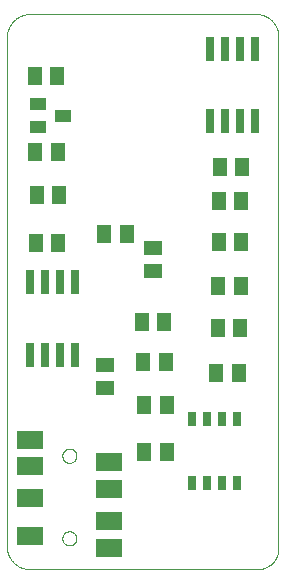
<source format=gbp>
G75*
%MOIN*%
%OFA0B0*%
%FSLAX25Y25*%
%IPPOS*%
%LPD*%
%AMOC8*
5,1,8,0,0,1.08239X$1,22.5*
%
%ADD10C,0.00000*%
%ADD11R,0.05118X0.05906*%
%ADD12R,0.06299X0.05118*%
%ADD13R,0.05118X0.06299*%
%ADD14R,0.02600X0.08000*%
%ADD15R,0.05512X0.03937*%
%ADD16R,0.08858X0.05906*%
%ADD17R,0.08858X0.06299*%
%ADD18R,0.02756X0.05118*%
%ADD19R,0.05906X0.05118*%
D10*
X0008573Y0011486D02*
X0084586Y0011486D01*
X0084754Y0011488D01*
X0084923Y0011494D01*
X0085091Y0011504D01*
X0085258Y0011519D01*
X0085426Y0011537D01*
X0085592Y0011559D01*
X0085759Y0011585D01*
X0085924Y0011616D01*
X0086089Y0011650D01*
X0086253Y0011688D01*
X0086416Y0011731D01*
X0086578Y0011777D01*
X0086738Y0011827D01*
X0086898Y0011881D01*
X0087056Y0011939D01*
X0087212Y0012000D01*
X0087368Y0012066D01*
X0087521Y0012135D01*
X0087673Y0012207D01*
X0087823Y0012284D01*
X0087971Y0012364D01*
X0088117Y0012447D01*
X0088261Y0012534D01*
X0088403Y0012625D01*
X0088543Y0012719D01*
X0088680Y0012816D01*
X0088815Y0012917D01*
X0088947Y0013021D01*
X0089077Y0013128D01*
X0089205Y0013238D01*
X0089329Y0013351D01*
X0089451Y0013467D01*
X0089570Y0013586D01*
X0089686Y0013708D01*
X0089799Y0013832D01*
X0089909Y0013960D01*
X0090016Y0014090D01*
X0090120Y0014222D01*
X0090221Y0014357D01*
X0090318Y0014494D01*
X0090412Y0014634D01*
X0090503Y0014776D01*
X0090590Y0014920D01*
X0090673Y0015066D01*
X0090753Y0015214D01*
X0090830Y0015364D01*
X0090902Y0015516D01*
X0090971Y0015669D01*
X0091037Y0015825D01*
X0091098Y0015981D01*
X0091156Y0016139D01*
X0091210Y0016299D01*
X0091260Y0016459D01*
X0091306Y0016621D01*
X0091349Y0016784D01*
X0091387Y0016948D01*
X0091421Y0017113D01*
X0091452Y0017278D01*
X0091478Y0017445D01*
X0091500Y0017611D01*
X0091518Y0017779D01*
X0091533Y0017946D01*
X0091543Y0018114D01*
X0091549Y0018283D01*
X0091551Y0018451D01*
X0091551Y0188963D01*
X0091549Y0189146D01*
X0091542Y0189328D01*
X0091531Y0189511D01*
X0091516Y0189693D01*
X0091496Y0189875D01*
X0091472Y0190056D01*
X0091443Y0190236D01*
X0091410Y0190416D01*
X0091373Y0190595D01*
X0091331Y0190773D01*
X0091285Y0190950D01*
X0091235Y0191126D01*
X0091181Y0191300D01*
X0091122Y0191473D01*
X0091060Y0191645D01*
X0090993Y0191815D01*
X0090922Y0191983D01*
X0090847Y0192150D01*
X0090768Y0192315D01*
X0090685Y0192478D01*
X0090598Y0192638D01*
X0090507Y0192797D01*
X0090413Y0192954D01*
X0090314Y0193108D01*
X0090212Y0193259D01*
X0090107Y0193408D01*
X0089997Y0193555D01*
X0089885Y0193699D01*
X0089769Y0193840D01*
X0089649Y0193978D01*
X0089526Y0194114D01*
X0089400Y0194246D01*
X0089271Y0194375D01*
X0089139Y0194501D01*
X0089003Y0194624D01*
X0088865Y0194744D01*
X0088724Y0194860D01*
X0088580Y0194972D01*
X0088433Y0195082D01*
X0088284Y0195187D01*
X0088133Y0195289D01*
X0087979Y0195388D01*
X0087822Y0195482D01*
X0087663Y0195573D01*
X0087503Y0195660D01*
X0087340Y0195743D01*
X0087175Y0195822D01*
X0087008Y0195897D01*
X0086840Y0195968D01*
X0086670Y0196035D01*
X0086498Y0196097D01*
X0086325Y0196156D01*
X0086151Y0196210D01*
X0085975Y0196260D01*
X0085798Y0196306D01*
X0085620Y0196348D01*
X0085441Y0196385D01*
X0085261Y0196418D01*
X0085081Y0196447D01*
X0084900Y0196471D01*
X0084718Y0196491D01*
X0084536Y0196506D01*
X0084353Y0196517D01*
X0084171Y0196524D01*
X0083988Y0196526D01*
X0008795Y0196526D01*
X0008607Y0196524D01*
X0008418Y0196517D01*
X0008230Y0196506D01*
X0008043Y0196490D01*
X0007855Y0196469D01*
X0007669Y0196444D01*
X0007483Y0196415D01*
X0007297Y0196381D01*
X0007113Y0196342D01*
X0006930Y0196299D01*
X0006747Y0196252D01*
X0006566Y0196201D01*
X0006386Y0196144D01*
X0006208Y0196084D01*
X0006031Y0196019D01*
X0005856Y0195951D01*
X0005682Y0195877D01*
X0005510Y0195800D01*
X0005340Y0195719D01*
X0005172Y0195633D01*
X0005007Y0195544D01*
X0004843Y0195450D01*
X0004682Y0195353D01*
X0004523Y0195251D01*
X0004367Y0195146D01*
X0004213Y0195037D01*
X0004062Y0194925D01*
X0003914Y0194809D01*
X0003768Y0194689D01*
X0003626Y0194566D01*
X0003486Y0194439D01*
X0003350Y0194309D01*
X0003217Y0194176D01*
X0003087Y0194040D01*
X0002960Y0193900D01*
X0002837Y0193758D01*
X0002717Y0193612D01*
X0002601Y0193464D01*
X0002489Y0193313D01*
X0002380Y0193159D01*
X0002275Y0193003D01*
X0002173Y0192844D01*
X0002076Y0192683D01*
X0001982Y0192519D01*
X0001893Y0192354D01*
X0001807Y0192186D01*
X0001726Y0192016D01*
X0001649Y0191844D01*
X0001575Y0191670D01*
X0001507Y0191495D01*
X0001442Y0191318D01*
X0001382Y0191140D01*
X0001325Y0190960D01*
X0001274Y0190779D01*
X0001227Y0190596D01*
X0001184Y0190413D01*
X0001145Y0190229D01*
X0001111Y0190043D01*
X0001082Y0189857D01*
X0001057Y0189671D01*
X0001036Y0189483D01*
X0001020Y0189296D01*
X0001009Y0189108D01*
X0001002Y0188919D01*
X0001000Y0188731D01*
X0001000Y0019059D01*
X0001002Y0018876D01*
X0001009Y0018693D01*
X0001020Y0018510D01*
X0001035Y0018328D01*
X0001055Y0018146D01*
X0001079Y0017965D01*
X0001108Y0017784D01*
X0001141Y0017604D01*
X0001178Y0017425D01*
X0001220Y0017247D01*
X0001266Y0017070D01*
X0001316Y0016894D01*
X0001371Y0016719D01*
X0001429Y0016545D01*
X0001492Y0016374D01*
X0001559Y0016203D01*
X0001630Y0016035D01*
X0001705Y0015868D01*
X0001784Y0015703D01*
X0001867Y0015540D01*
X0001954Y0015379D01*
X0002045Y0015220D01*
X0002140Y0015063D01*
X0002238Y0014909D01*
X0002341Y0014757D01*
X0002446Y0014608D01*
X0002556Y0014461D01*
X0002669Y0014317D01*
X0002785Y0014176D01*
X0002905Y0014037D01*
X0003028Y0013902D01*
X0003154Y0013769D01*
X0003283Y0013640D01*
X0003416Y0013514D01*
X0003551Y0013391D01*
X0003690Y0013271D01*
X0003831Y0013155D01*
X0003975Y0013042D01*
X0004122Y0012932D01*
X0004271Y0012827D01*
X0004423Y0012724D01*
X0004577Y0012626D01*
X0004734Y0012531D01*
X0004893Y0012440D01*
X0005054Y0012353D01*
X0005217Y0012270D01*
X0005382Y0012191D01*
X0005549Y0012116D01*
X0005717Y0012045D01*
X0005888Y0011978D01*
X0006059Y0011915D01*
X0006233Y0011857D01*
X0006408Y0011802D01*
X0006584Y0011752D01*
X0006761Y0011706D01*
X0006939Y0011664D01*
X0007118Y0011627D01*
X0007298Y0011594D01*
X0007479Y0011565D01*
X0007660Y0011541D01*
X0007842Y0011521D01*
X0008024Y0011506D01*
X0008207Y0011495D01*
X0008390Y0011488D01*
X0008573Y0011486D01*
X0019504Y0021722D02*
X0019506Y0021819D01*
X0019512Y0021916D01*
X0019522Y0022012D01*
X0019536Y0022108D01*
X0019554Y0022204D01*
X0019575Y0022298D01*
X0019601Y0022392D01*
X0019630Y0022484D01*
X0019664Y0022575D01*
X0019700Y0022665D01*
X0019741Y0022753D01*
X0019785Y0022839D01*
X0019833Y0022924D01*
X0019884Y0023006D01*
X0019938Y0023087D01*
X0019996Y0023165D01*
X0020057Y0023240D01*
X0020120Y0023313D01*
X0020187Y0023384D01*
X0020257Y0023451D01*
X0020329Y0023516D01*
X0020404Y0023577D01*
X0020482Y0023636D01*
X0020561Y0023691D01*
X0020643Y0023743D01*
X0020727Y0023791D01*
X0020813Y0023836D01*
X0020901Y0023878D01*
X0020990Y0023916D01*
X0021081Y0023950D01*
X0021173Y0023980D01*
X0021266Y0024007D01*
X0021361Y0024029D01*
X0021456Y0024048D01*
X0021552Y0024063D01*
X0021648Y0024074D01*
X0021745Y0024081D01*
X0021842Y0024084D01*
X0021939Y0024083D01*
X0022036Y0024078D01*
X0022132Y0024069D01*
X0022228Y0024056D01*
X0022324Y0024039D01*
X0022419Y0024018D01*
X0022512Y0023994D01*
X0022605Y0023965D01*
X0022697Y0023933D01*
X0022787Y0023897D01*
X0022875Y0023858D01*
X0022962Y0023814D01*
X0023047Y0023768D01*
X0023130Y0023717D01*
X0023211Y0023664D01*
X0023289Y0023607D01*
X0023366Y0023547D01*
X0023439Y0023484D01*
X0023510Y0023418D01*
X0023578Y0023349D01*
X0023644Y0023277D01*
X0023706Y0023203D01*
X0023765Y0023126D01*
X0023821Y0023047D01*
X0023874Y0022965D01*
X0023924Y0022882D01*
X0023969Y0022796D01*
X0024012Y0022709D01*
X0024051Y0022620D01*
X0024086Y0022530D01*
X0024117Y0022438D01*
X0024144Y0022345D01*
X0024168Y0022251D01*
X0024188Y0022156D01*
X0024204Y0022060D01*
X0024216Y0021964D01*
X0024224Y0021867D01*
X0024228Y0021770D01*
X0024228Y0021674D01*
X0024224Y0021577D01*
X0024216Y0021480D01*
X0024204Y0021384D01*
X0024188Y0021288D01*
X0024168Y0021193D01*
X0024144Y0021099D01*
X0024117Y0021006D01*
X0024086Y0020914D01*
X0024051Y0020824D01*
X0024012Y0020735D01*
X0023969Y0020648D01*
X0023924Y0020562D01*
X0023874Y0020479D01*
X0023821Y0020397D01*
X0023765Y0020318D01*
X0023706Y0020241D01*
X0023644Y0020167D01*
X0023578Y0020095D01*
X0023510Y0020026D01*
X0023439Y0019960D01*
X0023366Y0019897D01*
X0023289Y0019837D01*
X0023211Y0019780D01*
X0023130Y0019727D01*
X0023047Y0019676D01*
X0022962Y0019630D01*
X0022875Y0019586D01*
X0022787Y0019547D01*
X0022697Y0019511D01*
X0022605Y0019479D01*
X0022512Y0019450D01*
X0022419Y0019426D01*
X0022324Y0019405D01*
X0022228Y0019388D01*
X0022132Y0019375D01*
X0022036Y0019366D01*
X0021939Y0019361D01*
X0021842Y0019360D01*
X0021745Y0019363D01*
X0021648Y0019370D01*
X0021552Y0019381D01*
X0021456Y0019396D01*
X0021361Y0019415D01*
X0021266Y0019437D01*
X0021173Y0019464D01*
X0021081Y0019494D01*
X0020990Y0019528D01*
X0020901Y0019566D01*
X0020813Y0019608D01*
X0020727Y0019653D01*
X0020643Y0019701D01*
X0020561Y0019753D01*
X0020482Y0019808D01*
X0020404Y0019867D01*
X0020329Y0019928D01*
X0020257Y0019993D01*
X0020187Y0020060D01*
X0020120Y0020131D01*
X0020057Y0020204D01*
X0019996Y0020279D01*
X0019938Y0020357D01*
X0019884Y0020438D01*
X0019833Y0020520D01*
X0019785Y0020605D01*
X0019741Y0020691D01*
X0019700Y0020779D01*
X0019664Y0020869D01*
X0019630Y0020960D01*
X0019601Y0021052D01*
X0019575Y0021146D01*
X0019554Y0021240D01*
X0019536Y0021336D01*
X0019522Y0021432D01*
X0019512Y0021528D01*
X0019506Y0021625D01*
X0019504Y0021722D01*
X0019504Y0049281D02*
X0019506Y0049378D01*
X0019512Y0049475D01*
X0019522Y0049571D01*
X0019536Y0049667D01*
X0019554Y0049763D01*
X0019575Y0049857D01*
X0019601Y0049951D01*
X0019630Y0050043D01*
X0019664Y0050134D01*
X0019700Y0050224D01*
X0019741Y0050312D01*
X0019785Y0050398D01*
X0019833Y0050483D01*
X0019884Y0050565D01*
X0019938Y0050646D01*
X0019996Y0050724D01*
X0020057Y0050799D01*
X0020120Y0050872D01*
X0020187Y0050943D01*
X0020257Y0051010D01*
X0020329Y0051075D01*
X0020404Y0051136D01*
X0020482Y0051195D01*
X0020561Y0051250D01*
X0020643Y0051302D01*
X0020727Y0051350D01*
X0020813Y0051395D01*
X0020901Y0051437D01*
X0020990Y0051475D01*
X0021081Y0051509D01*
X0021173Y0051539D01*
X0021266Y0051566D01*
X0021361Y0051588D01*
X0021456Y0051607D01*
X0021552Y0051622D01*
X0021648Y0051633D01*
X0021745Y0051640D01*
X0021842Y0051643D01*
X0021939Y0051642D01*
X0022036Y0051637D01*
X0022132Y0051628D01*
X0022228Y0051615D01*
X0022324Y0051598D01*
X0022419Y0051577D01*
X0022512Y0051553D01*
X0022605Y0051524D01*
X0022697Y0051492D01*
X0022787Y0051456D01*
X0022875Y0051417D01*
X0022962Y0051373D01*
X0023047Y0051327D01*
X0023130Y0051276D01*
X0023211Y0051223D01*
X0023289Y0051166D01*
X0023366Y0051106D01*
X0023439Y0051043D01*
X0023510Y0050977D01*
X0023578Y0050908D01*
X0023644Y0050836D01*
X0023706Y0050762D01*
X0023765Y0050685D01*
X0023821Y0050606D01*
X0023874Y0050524D01*
X0023924Y0050441D01*
X0023969Y0050355D01*
X0024012Y0050268D01*
X0024051Y0050179D01*
X0024086Y0050089D01*
X0024117Y0049997D01*
X0024144Y0049904D01*
X0024168Y0049810D01*
X0024188Y0049715D01*
X0024204Y0049619D01*
X0024216Y0049523D01*
X0024224Y0049426D01*
X0024228Y0049329D01*
X0024228Y0049233D01*
X0024224Y0049136D01*
X0024216Y0049039D01*
X0024204Y0048943D01*
X0024188Y0048847D01*
X0024168Y0048752D01*
X0024144Y0048658D01*
X0024117Y0048565D01*
X0024086Y0048473D01*
X0024051Y0048383D01*
X0024012Y0048294D01*
X0023969Y0048207D01*
X0023924Y0048121D01*
X0023874Y0048038D01*
X0023821Y0047956D01*
X0023765Y0047877D01*
X0023706Y0047800D01*
X0023644Y0047726D01*
X0023578Y0047654D01*
X0023510Y0047585D01*
X0023439Y0047519D01*
X0023366Y0047456D01*
X0023289Y0047396D01*
X0023211Y0047339D01*
X0023130Y0047286D01*
X0023047Y0047235D01*
X0022962Y0047189D01*
X0022875Y0047145D01*
X0022787Y0047106D01*
X0022697Y0047070D01*
X0022605Y0047038D01*
X0022512Y0047009D01*
X0022419Y0046985D01*
X0022324Y0046964D01*
X0022228Y0046947D01*
X0022132Y0046934D01*
X0022036Y0046925D01*
X0021939Y0046920D01*
X0021842Y0046919D01*
X0021745Y0046922D01*
X0021648Y0046929D01*
X0021552Y0046940D01*
X0021456Y0046955D01*
X0021361Y0046974D01*
X0021266Y0046996D01*
X0021173Y0047023D01*
X0021081Y0047053D01*
X0020990Y0047087D01*
X0020901Y0047125D01*
X0020813Y0047167D01*
X0020727Y0047212D01*
X0020643Y0047260D01*
X0020561Y0047312D01*
X0020482Y0047367D01*
X0020404Y0047426D01*
X0020329Y0047487D01*
X0020257Y0047552D01*
X0020187Y0047619D01*
X0020120Y0047690D01*
X0020057Y0047763D01*
X0019996Y0047838D01*
X0019938Y0047916D01*
X0019884Y0047997D01*
X0019833Y0048079D01*
X0019785Y0048164D01*
X0019741Y0048250D01*
X0019700Y0048338D01*
X0019664Y0048428D01*
X0019630Y0048519D01*
X0019601Y0048611D01*
X0019575Y0048705D01*
X0019554Y0048799D01*
X0019536Y0048895D01*
X0019522Y0048991D01*
X0019512Y0049087D01*
X0019506Y0049184D01*
X0019504Y0049281D01*
D11*
X0046079Y0093770D03*
X0053559Y0093770D03*
X0054346Y0066211D03*
X0046866Y0066211D03*
X0046866Y0050463D03*
X0054346Y0050463D03*
X0070882Y0076841D03*
X0078362Y0076841D03*
X0078756Y0091801D03*
X0071276Y0091801D03*
X0071669Y0120541D03*
X0071669Y0134321D03*
X0071906Y0145541D03*
X0079386Y0145541D03*
X0079150Y0134321D03*
X0079150Y0120541D03*
X0040961Y0123297D03*
X0033480Y0123297D03*
X0017811Y0175856D03*
X0010331Y0175856D03*
D12*
X0049701Y0118360D03*
X0049701Y0110880D03*
D13*
X0046472Y0080384D03*
X0053953Y0080384D03*
X0071472Y0105699D03*
X0078953Y0105699D03*
X0018126Y0120148D03*
X0010646Y0120148D03*
X0011024Y0136352D03*
X0010457Y0150541D03*
X0017937Y0150541D03*
X0018504Y0136352D03*
D14*
X0018854Y0107051D03*
X0023854Y0107051D03*
X0013854Y0107051D03*
X0008854Y0107051D03*
X0008854Y0082851D03*
X0013854Y0082851D03*
X0018854Y0082851D03*
X0023854Y0082851D03*
X0068697Y0160804D03*
X0073697Y0160804D03*
X0078697Y0160804D03*
X0083697Y0160804D03*
X0083697Y0185004D03*
X0078697Y0185004D03*
X0073697Y0185004D03*
X0068697Y0185004D03*
D15*
X0019898Y0162667D03*
X0011236Y0158927D03*
X0011236Y0166407D03*
D16*
X0035154Y0018573D03*
D17*
X0035154Y0027628D03*
X0035154Y0038258D03*
X0035154Y0047313D03*
X0008579Y0045738D03*
X0008579Y0054400D03*
X0008579Y0035108D03*
X0008579Y0022510D03*
D18*
X0062791Y0040030D03*
X0067791Y0040030D03*
X0072791Y0040030D03*
X0077791Y0040030D03*
X0077791Y0061683D03*
X0072791Y0061683D03*
X0067791Y0061683D03*
X0062791Y0061683D03*
D19*
X0033677Y0071919D03*
X0033677Y0079400D03*
M02*

</source>
